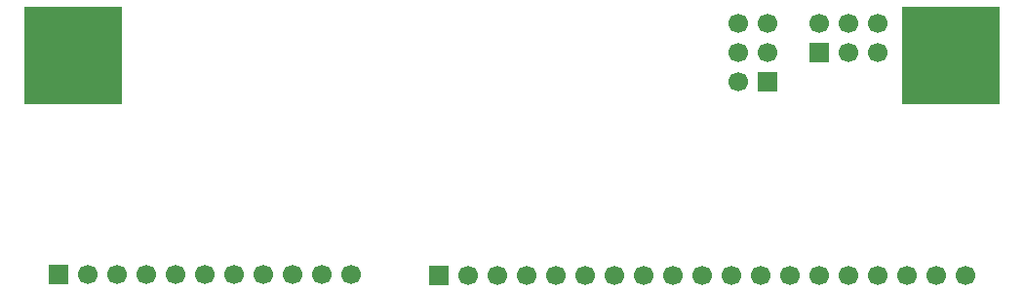
<source format=gbr>
G04 DipTrace 3.1.0.1*
G04 BottomMask.gbr*
%MOIN*%
G04 #@! TF.FileFunction,Soldermask,Bot*
G04 #@! TF.Part,Single*
%ADD63R,0.332874X0.332874*%
%ADD75C,0.066929*%
%ADD77R,0.066929X0.066929*%
%FSLAX26Y26*%
G04*
G70*
G90*
G75*
G01*
G04 BotMask*
%LPD*%
D77*
X538701Y443701D3*
D75*
X638701D3*
X738701D3*
X838701D3*
X938701D3*
X1038701D3*
X1138701D3*
X1238701D3*
X1338701D3*
X1438701D3*
X1538701D3*
D77*
X1838701Y441701D3*
D75*
X1938701D3*
X2038701D3*
X2138701D3*
X2238701D3*
X2338701D3*
X2438701D3*
X2538701D3*
X2638701D3*
X2738701D3*
X2838701D3*
X2938701D3*
X3038701D3*
X3138701D3*
X3238701D3*
X3338701D3*
X3438701D3*
X3538701D3*
X3638701D3*
D77*
X2960701Y1105701D3*
D75*
X2860701D3*
X2960701Y1205701D3*
X2860701D3*
X2960701Y1305701D3*
X2860701D3*
D77*
X3138701Y1203701D3*
D75*
Y1303701D3*
X3238701Y1203701D3*
Y1303701D3*
X3338701Y1203701D3*
Y1303701D3*
D63*
X3588701Y1193701D3*
X588701D3*
M02*

</source>
